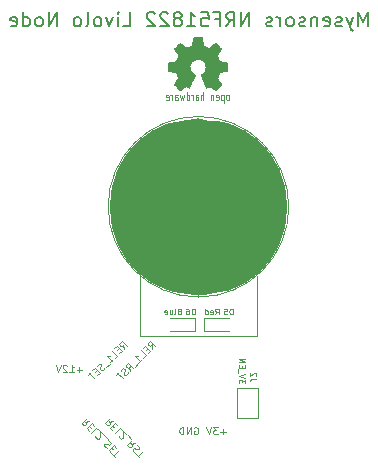
<source format=gbo>
%TF.GenerationSoftware,KiCad,Pcbnew,no-vcs-found-6573a43~60~ubuntu16.04.1*%
%TF.CreationDate,2017-10-02T18:35:18+03:00*%
%TF.ProjectId,livolo_1_channel_1way_eu_switch,6C69766F6C6F5F315F6368616E6E656C,rev?*%
%TF.SameCoordinates,Original*%
%TF.FileFunction,Legend,Bot*%
%TF.FilePolarity,Positive*%
%FSLAX46Y46*%
G04 Gerber Fmt 4.6, Leading zero omitted, Abs format (unit mm)*
G04 Created by KiCad (PCBNEW no-vcs-found-6573a43~60~ubuntu16.04.1) date Mon Oct  2 18:35:18 2017*
%MOMM*%
%LPD*%
G01*
G04 APERTURE LIST*
%ADD10C,0.120000*%
%ADD11C,0.200000*%
%ADD12C,0.002540*%
%ADD13C,0.075000*%
%ADD14C,0.100000*%
%ADD15C,7.500000*%
%ADD16C,1.500000*%
%ADD17R,0.600000X0.800000*%
%ADD18O,1.350000X1.350000*%
%ADD19R,1.350000X1.350000*%
%ADD20R,1.270000X0.970000*%
G04 APERTURE END LIST*
D10*
X144771428Y-111142857D02*
X144314285Y-111142857D01*
X144542857Y-111371428D02*
X144542857Y-110914285D01*
X144085714Y-110771428D02*
X143714285Y-110771428D01*
X143914285Y-111000000D01*
X143828571Y-111000000D01*
X143771428Y-111028571D01*
X143742857Y-111057142D01*
X143714285Y-111114285D01*
X143714285Y-111257142D01*
X143742857Y-111314285D01*
X143771428Y-111342857D01*
X143828571Y-111371428D01*
X144000000Y-111371428D01*
X144057142Y-111342857D01*
X144085714Y-111314285D01*
X143542857Y-110771428D02*
X143342857Y-111371428D01*
X143142857Y-110771428D01*
X136143502Y-104140355D02*
X136082893Y-103796903D01*
X136385939Y-103897918D02*
X135961675Y-103473654D01*
X135800051Y-103635278D01*
X135779847Y-103695887D01*
X135779847Y-103736294D01*
X135800051Y-103796903D01*
X135860660Y-103857512D01*
X135921269Y-103877715D01*
X135961675Y-103877715D01*
X136022284Y-103857512D01*
X136183908Y-103695887D01*
X135739441Y-104099948D02*
X135598020Y-104241370D01*
X135759644Y-104524213D02*
X135961675Y-104322182D01*
X135537411Y-103897918D01*
X135335380Y-104099948D01*
X135375786Y-104908071D02*
X135577817Y-104706040D01*
X135153553Y-104281776D01*
X135012132Y-105271725D02*
X135254568Y-105029289D01*
X135133350Y-105150507D02*
X134709086Y-104726243D01*
X134810101Y-104746446D01*
X134890913Y-104746446D01*
X134951522Y-104726243D01*
X134971725Y-105392944D02*
X134648477Y-105716193D01*
X134507055Y-105736396D02*
X134466649Y-105817208D01*
X134365634Y-105918223D01*
X134305025Y-105938426D01*
X134264619Y-105938426D01*
X134204009Y-105918223D01*
X134163603Y-105877817D01*
X134143400Y-105817208D01*
X134143400Y-105776802D01*
X134163603Y-105716193D01*
X134224213Y-105615177D01*
X134244416Y-105554568D01*
X134244416Y-105514162D01*
X134224213Y-105453553D01*
X134183806Y-105413147D01*
X134123197Y-105392944D01*
X134082791Y-105392944D01*
X134022182Y-105413147D01*
X133921167Y-105514162D01*
X133880761Y-105594974D01*
X133880761Y-105958629D02*
X133739339Y-106100051D01*
X133900964Y-106382893D02*
X134102994Y-106180863D01*
X133678730Y-105756599D01*
X133476700Y-105958629D01*
X133355481Y-106079847D02*
X133113045Y-106322284D01*
X133658527Y-106625330D02*
X133234263Y-106201066D01*
X138563705Y-104120152D02*
X138503096Y-103776700D01*
X138806142Y-103877715D02*
X138381878Y-103453451D01*
X138220254Y-103615075D01*
X138200051Y-103675684D01*
X138200051Y-103716091D01*
X138220254Y-103776700D01*
X138280863Y-103837309D01*
X138341472Y-103857512D01*
X138381878Y-103857512D01*
X138442487Y-103837309D01*
X138604112Y-103675684D01*
X138159644Y-104079745D02*
X138018223Y-104221167D01*
X138179847Y-104504009D02*
X138381878Y-104301979D01*
X137957614Y-103877715D01*
X137755583Y-104079745D01*
X137795990Y-104887867D02*
X137998020Y-104685837D01*
X137573756Y-104261573D01*
X137432335Y-105251522D02*
X137674771Y-105009086D01*
X137553553Y-105130304D02*
X137129289Y-104706040D01*
X137230304Y-104726243D01*
X137311116Y-104726243D01*
X137371725Y-104706040D01*
X137391928Y-105372741D02*
X137068680Y-105695990D01*
X136684822Y-105999035D02*
X136624213Y-105655583D01*
X136927258Y-105756599D02*
X136502994Y-105332335D01*
X136341370Y-105493959D01*
X136321167Y-105554568D01*
X136321167Y-105594974D01*
X136341370Y-105655583D01*
X136401979Y-105716193D01*
X136462588Y-105736396D01*
X136502994Y-105736396D01*
X136563603Y-105716193D01*
X136725228Y-105554568D01*
X136502994Y-106140457D02*
X136462588Y-106221269D01*
X136361573Y-106322284D01*
X136300964Y-106342487D01*
X136260558Y-106342487D01*
X136199948Y-106322284D01*
X136159542Y-106281878D01*
X136139339Y-106221269D01*
X136139339Y-106180863D01*
X136159542Y-106120254D01*
X136220152Y-106019238D01*
X136240355Y-105958629D01*
X136240355Y-105918223D01*
X136220152Y-105857614D01*
X136179745Y-105817208D01*
X136119136Y-105797005D01*
X136078730Y-105797005D01*
X136018121Y-105817208D01*
X135917106Y-105918223D01*
X135876700Y-105999035D01*
X135735278Y-106100051D02*
X135492842Y-106342487D01*
X136038324Y-106645533D02*
X135614060Y-106221269D01*
X135220152Y-110236294D02*
X134876700Y-110296903D01*
X134977715Y-109993857D02*
X134553451Y-110418121D01*
X134715075Y-110579745D01*
X134775684Y-110599948D01*
X134816091Y-110599948D01*
X134876700Y-110579745D01*
X134937309Y-110519136D01*
X134957512Y-110458527D01*
X134957512Y-110418121D01*
X134937309Y-110357512D01*
X134775684Y-110195887D01*
X135179745Y-110640355D02*
X135321167Y-110781776D01*
X135604009Y-110620152D02*
X135401979Y-110418121D01*
X134977715Y-110842385D01*
X135179745Y-111044416D01*
X135987867Y-111004009D02*
X135785837Y-110801979D01*
X135361573Y-111226243D01*
X135725228Y-111509086D02*
X135725228Y-111549492D01*
X135745431Y-111610101D01*
X135846446Y-111711116D01*
X135907055Y-111731319D01*
X135947461Y-111731319D01*
X136008071Y-111711116D01*
X136048477Y-111670710D01*
X136088883Y-111589898D01*
X136088883Y-111105025D01*
X136351522Y-111367664D01*
X136472741Y-111408071D02*
X136795990Y-111731319D01*
X137099035Y-112115177D02*
X136755583Y-112175786D01*
X136856599Y-111872741D02*
X136432335Y-112297005D01*
X136593959Y-112458629D01*
X136654568Y-112478832D01*
X136694974Y-112478832D01*
X136755583Y-112458629D01*
X136816193Y-112398020D01*
X136836396Y-112337411D01*
X136836396Y-112297005D01*
X136816193Y-112236396D01*
X136654568Y-112074771D01*
X137240457Y-112297005D02*
X137321269Y-112337411D01*
X137422284Y-112438426D01*
X137442487Y-112499035D01*
X137442487Y-112539441D01*
X137422284Y-112600051D01*
X137381878Y-112640457D01*
X137321269Y-112660660D01*
X137280863Y-112660660D01*
X137220254Y-112640457D01*
X137119238Y-112579847D01*
X137058629Y-112559644D01*
X137018223Y-112559644D01*
X136957614Y-112579847D01*
X136917208Y-112620254D01*
X136897005Y-112680863D01*
X136897005Y-112721269D01*
X136917208Y-112781878D01*
X137018223Y-112882893D01*
X137099035Y-112923299D01*
X137200051Y-113064721D02*
X137442487Y-113307157D01*
X137745533Y-112761675D02*
X137321269Y-113185939D01*
X133240355Y-110256497D02*
X132896903Y-110317106D01*
X132997918Y-110014060D02*
X132573654Y-110438324D01*
X132735278Y-110599948D01*
X132795887Y-110620152D01*
X132836294Y-110620152D01*
X132896903Y-110599948D01*
X132957512Y-110539339D01*
X132977715Y-110478730D01*
X132977715Y-110438324D01*
X132957512Y-110377715D01*
X132795887Y-110216091D01*
X133199948Y-110660558D02*
X133341370Y-110801979D01*
X133624213Y-110640355D02*
X133422182Y-110438324D01*
X132997918Y-110862588D01*
X133199948Y-111064619D01*
X134008071Y-111024213D02*
X133806040Y-110822182D01*
X133381776Y-111246446D01*
X133745431Y-111529289D02*
X133745431Y-111569695D01*
X133765634Y-111630304D01*
X133866649Y-111731319D01*
X133927258Y-111751522D01*
X133967664Y-111751522D01*
X134028274Y-111731319D01*
X134068680Y-111690913D01*
X134109086Y-111610101D01*
X134109086Y-111125228D01*
X134371725Y-111387867D01*
X134492944Y-111428274D02*
X134816193Y-111751522D01*
X134836396Y-111892944D02*
X134917208Y-111933350D01*
X135018223Y-112034365D01*
X135038426Y-112094974D01*
X135038426Y-112135380D01*
X135018223Y-112195990D01*
X134977817Y-112236396D01*
X134917208Y-112256599D01*
X134876802Y-112256599D01*
X134816193Y-112236396D01*
X134715177Y-112175786D01*
X134654568Y-112155583D01*
X134614162Y-112155583D01*
X134553553Y-112175786D01*
X134513147Y-112216193D01*
X134492944Y-112276802D01*
X134492944Y-112317208D01*
X134513147Y-112377817D01*
X134614162Y-112478832D01*
X134694974Y-112519238D01*
X135058629Y-112519238D02*
X135200051Y-112660660D01*
X135482893Y-112499035D02*
X135280863Y-112297005D01*
X134856599Y-112721269D01*
X135058629Y-112923299D01*
X135179847Y-113044518D02*
X135422284Y-113286954D01*
X135725330Y-112741472D02*
X135301066Y-113165736D01*
X142107142Y-110800000D02*
X142164285Y-110771428D01*
X142250000Y-110771428D01*
X142335714Y-110800000D01*
X142392857Y-110857142D01*
X142421428Y-110914285D01*
X142450000Y-111028571D01*
X142450000Y-111114285D01*
X142421428Y-111228571D01*
X142392857Y-111285714D01*
X142335714Y-111342857D01*
X142250000Y-111371428D01*
X142192857Y-111371428D01*
X142107142Y-111342857D01*
X142078571Y-111314285D01*
X142078571Y-111114285D01*
X142192857Y-111114285D01*
X141821428Y-111371428D02*
X141821428Y-110771428D01*
X141478571Y-111371428D01*
X141478571Y-110771428D01*
X141192857Y-111371428D02*
X141192857Y-110771428D01*
X141050000Y-110771428D01*
X140964285Y-110800000D01*
X140907142Y-110857142D01*
X140878571Y-110914285D01*
X140850000Y-111028571D01*
X140850000Y-111114285D01*
X140878571Y-111228571D01*
X140907142Y-111285714D01*
X140964285Y-111342857D01*
X141050000Y-111371428D01*
X141192857Y-111371428D01*
X132607142Y-105892857D02*
X132150000Y-105892857D01*
X132378571Y-106121428D02*
X132378571Y-105664285D01*
X131550000Y-106121428D02*
X131892857Y-106121428D01*
X131721428Y-106121428D02*
X131721428Y-105521428D01*
X131778571Y-105607142D01*
X131835714Y-105664285D01*
X131892857Y-105692857D01*
X131321428Y-105578571D02*
X131292857Y-105550000D01*
X131235714Y-105521428D01*
X131092857Y-105521428D01*
X131035714Y-105550000D01*
X131007142Y-105578571D01*
X130978571Y-105635714D01*
X130978571Y-105692857D01*
X131007142Y-105778571D01*
X131350000Y-106121428D01*
X130978571Y-106121428D01*
X130807142Y-105521428D02*
X130607142Y-106121428D01*
X130407142Y-105521428D01*
D11*
X156814285Y-76842857D02*
X156814285Y-75642857D01*
X156414285Y-76500000D01*
X156014285Y-75642857D01*
X156014285Y-76842857D01*
X155557142Y-76042857D02*
X155271428Y-76842857D01*
X154985714Y-76042857D02*
X155271428Y-76842857D01*
X155385714Y-77128571D01*
X155442857Y-77185714D01*
X155557142Y-77242857D01*
X154585714Y-76785714D02*
X154471428Y-76842857D01*
X154242857Y-76842857D01*
X154128571Y-76785714D01*
X154071428Y-76671428D01*
X154071428Y-76614285D01*
X154128571Y-76500000D01*
X154242857Y-76442857D01*
X154414285Y-76442857D01*
X154528571Y-76385714D01*
X154585714Y-76271428D01*
X154585714Y-76214285D01*
X154528571Y-76100000D01*
X154414285Y-76042857D01*
X154242857Y-76042857D01*
X154128571Y-76100000D01*
X153100000Y-76785714D02*
X153214285Y-76842857D01*
X153442857Y-76842857D01*
X153557142Y-76785714D01*
X153614285Y-76671428D01*
X153614285Y-76214285D01*
X153557142Y-76100000D01*
X153442857Y-76042857D01*
X153214285Y-76042857D01*
X153100000Y-76100000D01*
X153042857Y-76214285D01*
X153042857Y-76328571D01*
X153614285Y-76442857D01*
X152528571Y-76042857D02*
X152528571Y-76842857D01*
X152528571Y-76157142D02*
X152471428Y-76100000D01*
X152357142Y-76042857D01*
X152185714Y-76042857D01*
X152071428Y-76100000D01*
X152014285Y-76214285D01*
X152014285Y-76842857D01*
X151500000Y-76785714D02*
X151385714Y-76842857D01*
X151157142Y-76842857D01*
X151042857Y-76785714D01*
X150985714Y-76671428D01*
X150985714Y-76614285D01*
X151042857Y-76500000D01*
X151157142Y-76442857D01*
X151328571Y-76442857D01*
X151442857Y-76385714D01*
X151500000Y-76271428D01*
X151500000Y-76214285D01*
X151442857Y-76100000D01*
X151328571Y-76042857D01*
X151157142Y-76042857D01*
X151042857Y-76100000D01*
X150300000Y-76842857D02*
X150414285Y-76785714D01*
X150471428Y-76728571D01*
X150528571Y-76614285D01*
X150528571Y-76271428D01*
X150471428Y-76157142D01*
X150414285Y-76100000D01*
X150300000Y-76042857D01*
X150128571Y-76042857D01*
X150014285Y-76100000D01*
X149957142Y-76157142D01*
X149900000Y-76271428D01*
X149900000Y-76614285D01*
X149957142Y-76728571D01*
X150014285Y-76785714D01*
X150128571Y-76842857D01*
X150300000Y-76842857D01*
X149385714Y-76842857D02*
X149385714Y-76042857D01*
X149385714Y-76271428D02*
X149328571Y-76157142D01*
X149271428Y-76100000D01*
X149157142Y-76042857D01*
X149042857Y-76042857D01*
X148700000Y-76785714D02*
X148585714Y-76842857D01*
X148357142Y-76842857D01*
X148242857Y-76785714D01*
X148185714Y-76671428D01*
X148185714Y-76614285D01*
X148242857Y-76500000D01*
X148357142Y-76442857D01*
X148528571Y-76442857D01*
X148642857Y-76385714D01*
X148700000Y-76271428D01*
X148700000Y-76214285D01*
X148642857Y-76100000D01*
X148528571Y-76042857D01*
X148357142Y-76042857D01*
X148242857Y-76100000D01*
X146757142Y-76842857D02*
X146757142Y-75642857D01*
X146071428Y-76842857D01*
X146071428Y-75642857D01*
X144814285Y-76842857D02*
X145214285Y-76271428D01*
X145500000Y-76842857D02*
X145500000Y-75642857D01*
X145042857Y-75642857D01*
X144928571Y-75700000D01*
X144871428Y-75757142D01*
X144814285Y-75871428D01*
X144814285Y-76042857D01*
X144871428Y-76157142D01*
X144928571Y-76214285D01*
X145042857Y-76271428D01*
X145500000Y-76271428D01*
X143900000Y-76214285D02*
X144300000Y-76214285D01*
X144300000Y-76842857D02*
X144300000Y-75642857D01*
X143728571Y-75642857D01*
X142700000Y-75642857D02*
X143271428Y-75642857D01*
X143328571Y-76214285D01*
X143271428Y-76157142D01*
X143157142Y-76100000D01*
X142871428Y-76100000D01*
X142757142Y-76157142D01*
X142700000Y-76214285D01*
X142642857Y-76328571D01*
X142642857Y-76614285D01*
X142700000Y-76728571D01*
X142757142Y-76785714D01*
X142871428Y-76842857D01*
X143157142Y-76842857D01*
X143271428Y-76785714D01*
X143328571Y-76728571D01*
X141500000Y-76842857D02*
X142185714Y-76842857D01*
X141842857Y-76842857D02*
X141842857Y-75642857D01*
X141957142Y-75814285D01*
X142071428Y-75928571D01*
X142185714Y-75985714D01*
X140814285Y-76157142D02*
X140928571Y-76100000D01*
X140985714Y-76042857D01*
X141042857Y-75928571D01*
X141042857Y-75871428D01*
X140985714Y-75757142D01*
X140928571Y-75700000D01*
X140814285Y-75642857D01*
X140585714Y-75642857D01*
X140471428Y-75700000D01*
X140414285Y-75757142D01*
X140357142Y-75871428D01*
X140357142Y-75928571D01*
X140414285Y-76042857D01*
X140471428Y-76100000D01*
X140585714Y-76157142D01*
X140814285Y-76157142D01*
X140928571Y-76214285D01*
X140985714Y-76271428D01*
X141042857Y-76385714D01*
X141042857Y-76614285D01*
X140985714Y-76728571D01*
X140928571Y-76785714D01*
X140814285Y-76842857D01*
X140585714Y-76842857D01*
X140471428Y-76785714D01*
X140414285Y-76728571D01*
X140357142Y-76614285D01*
X140357142Y-76385714D01*
X140414285Y-76271428D01*
X140471428Y-76214285D01*
X140585714Y-76157142D01*
X139900000Y-75757142D02*
X139842857Y-75700000D01*
X139728571Y-75642857D01*
X139442857Y-75642857D01*
X139328571Y-75700000D01*
X139271428Y-75757142D01*
X139214285Y-75871428D01*
X139214285Y-75985714D01*
X139271428Y-76157142D01*
X139957142Y-76842857D01*
X139214285Y-76842857D01*
X138757142Y-75757142D02*
X138700000Y-75700000D01*
X138585714Y-75642857D01*
X138300000Y-75642857D01*
X138185714Y-75700000D01*
X138128571Y-75757142D01*
X138071428Y-75871428D01*
X138071428Y-75985714D01*
X138128571Y-76157142D01*
X138814285Y-76842857D01*
X138071428Y-76842857D01*
X136071428Y-76842857D02*
X136642857Y-76842857D01*
X136642857Y-75642857D01*
X135671428Y-76842857D02*
X135671428Y-76042857D01*
X135671428Y-75642857D02*
X135728571Y-75700000D01*
X135671428Y-75757142D01*
X135614285Y-75700000D01*
X135671428Y-75642857D01*
X135671428Y-75757142D01*
X135214285Y-76042857D02*
X134928571Y-76842857D01*
X134642857Y-76042857D01*
X134014285Y-76842857D02*
X134128571Y-76785714D01*
X134185714Y-76728571D01*
X134242857Y-76614285D01*
X134242857Y-76271428D01*
X134185714Y-76157142D01*
X134128571Y-76100000D01*
X134014285Y-76042857D01*
X133842857Y-76042857D01*
X133728571Y-76100000D01*
X133671428Y-76157142D01*
X133614285Y-76271428D01*
X133614285Y-76614285D01*
X133671428Y-76728571D01*
X133728571Y-76785714D01*
X133842857Y-76842857D01*
X134014285Y-76842857D01*
X132928571Y-76842857D02*
X133042857Y-76785714D01*
X133100000Y-76671428D01*
X133100000Y-75642857D01*
X132300000Y-76842857D02*
X132414285Y-76785714D01*
X132471428Y-76728571D01*
X132528571Y-76614285D01*
X132528571Y-76271428D01*
X132471428Y-76157142D01*
X132414285Y-76100000D01*
X132300000Y-76042857D01*
X132128571Y-76042857D01*
X132014285Y-76100000D01*
X131957142Y-76157142D01*
X131900000Y-76271428D01*
X131900000Y-76614285D01*
X131957142Y-76728571D01*
X132014285Y-76785714D01*
X132128571Y-76842857D01*
X132300000Y-76842857D01*
X130471428Y-76842857D02*
X130471428Y-75642857D01*
X129785714Y-76842857D01*
X129785714Y-75642857D01*
X129042857Y-76842857D02*
X129157142Y-76785714D01*
X129214285Y-76728571D01*
X129271428Y-76614285D01*
X129271428Y-76271428D01*
X129214285Y-76157142D01*
X129157142Y-76100000D01*
X129042857Y-76042857D01*
X128871428Y-76042857D01*
X128757142Y-76100000D01*
X128700000Y-76157142D01*
X128642857Y-76271428D01*
X128642857Y-76614285D01*
X128700000Y-76728571D01*
X128757142Y-76785714D01*
X128871428Y-76842857D01*
X129042857Y-76842857D01*
X127614285Y-76842857D02*
X127614285Y-75642857D01*
X127614285Y-76785714D02*
X127728571Y-76842857D01*
X127957142Y-76842857D01*
X128071428Y-76785714D01*
X128128571Y-76728571D01*
X128185714Y-76614285D01*
X128185714Y-76271428D01*
X128128571Y-76157142D01*
X128071428Y-76100000D01*
X127957142Y-76042857D01*
X127728571Y-76042857D01*
X127614285Y-76100000D01*
X126585714Y-76785714D02*
X126700000Y-76842857D01*
X126928571Y-76842857D01*
X127042857Y-76785714D01*
X127100000Y-76671428D01*
X127100000Y-76214285D01*
X127042857Y-76100000D01*
X126928571Y-76042857D01*
X126700000Y-76042857D01*
X126585714Y-76100000D01*
X126528571Y-76214285D01*
X126528571Y-76328571D01*
X127100000Y-76442857D01*
D12*
G36*
X143913840Y-82245360D02*
X143888440Y-82230120D01*
X143830020Y-82194560D01*
X143746200Y-82138680D01*
X143647140Y-82072640D01*
X143548080Y-82006600D01*
X143466800Y-81953260D01*
X143410920Y-81915160D01*
X143385520Y-81902460D01*
X143372820Y-81907540D01*
X143327100Y-81930400D01*
X143258520Y-81965960D01*
X143217880Y-81986280D01*
X143156920Y-82011680D01*
X143123900Y-82019300D01*
X143118820Y-82009140D01*
X143095960Y-81960880D01*
X143060400Y-81879600D01*
X143014680Y-81770380D01*
X142958800Y-81643380D01*
X142902920Y-81508760D01*
X142844500Y-81369060D01*
X142788620Y-81234440D01*
X142740360Y-81115060D01*
X142699720Y-81018540D01*
X142674320Y-80949960D01*
X142664160Y-80922020D01*
X142666700Y-80914400D01*
X142699720Y-80883920D01*
X142753060Y-80843280D01*
X142872440Y-80746760D01*
X142989280Y-80601980D01*
X143060400Y-80436880D01*
X143083260Y-80251460D01*
X143062940Y-80081280D01*
X142996900Y-79918720D01*
X142882600Y-79771400D01*
X142742900Y-79662180D01*
X142580340Y-79593600D01*
X142400000Y-79570740D01*
X142227280Y-79591060D01*
X142059640Y-79657100D01*
X141912320Y-79768860D01*
X141848820Y-79839980D01*
X141762460Y-79989840D01*
X141714200Y-80147320D01*
X141709120Y-80187960D01*
X141716740Y-80363220D01*
X141767540Y-80533400D01*
X141861520Y-80683260D01*
X141991060Y-80807720D01*
X142006300Y-80817880D01*
X142064720Y-80863600D01*
X142105360Y-80894080D01*
X142135840Y-80919480D01*
X141912320Y-81457960D01*
X141876760Y-81541780D01*
X141815800Y-81689100D01*
X141762460Y-81816100D01*
X141719280Y-81917700D01*
X141688800Y-81983740D01*
X141676100Y-82011680D01*
X141676100Y-82014220D01*
X141655780Y-82016760D01*
X141615140Y-82001520D01*
X141538940Y-81965960D01*
X141490680Y-81940560D01*
X141432260Y-81912620D01*
X141406860Y-81902460D01*
X141384000Y-81915160D01*
X141330660Y-81950720D01*
X141249380Y-82004060D01*
X141152860Y-82067560D01*
X141061420Y-82131060D01*
X140977600Y-82186940D01*
X140916640Y-82225040D01*
X140886160Y-82242820D01*
X140881080Y-82242820D01*
X140855680Y-82227580D01*
X140807420Y-82186940D01*
X140733760Y-82118360D01*
X140629620Y-82014220D01*
X140614380Y-81998980D01*
X140528020Y-81912620D01*
X140459440Y-81838960D01*
X140413720Y-81788160D01*
X140395940Y-81765300D01*
X140395940Y-81765300D01*
X140411180Y-81734820D01*
X140449280Y-81673860D01*
X140505160Y-81587500D01*
X140573740Y-81488440D01*
X140751540Y-81229360D01*
X140655020Y-80985520D01*
X140624540Y-80909320D01*
X140586440Y-80820420D01*
X140558500Y-80754380D01*
X140543260Y-80726440D01*
X140517860Y-80716280D01*
X140449280Y-80701040D01*
X140352760Y-80680720D01*
X140238460Y-80660400D01*
X140126700Y-80640080D01*
X140027640Y-80619760D01*
X139956520Y-80607060D01*
X139923500Y-80599440D01*
X139915880Y-80594360D01*
X139908260Y-80579120D01*
X139905720Y-80546100D01*
X139903180Y-80485140D01*
X139900640Y-80391160D01*
X139900640Y-80251460D01*
X139900640Y-80236220D01*
X139903180Y-80106680D01*
X139905720Y-80000000D01*
X139908260Y-79933960D01*
X139913340Y-79906020D01*
X139913340Y-79906020D01*
X139943820Y-79898400D01*
X140014940Y-79883160D01*
X140114000Y-79865380D01*
X140233380Y-79842520D01*
X140241000Y-79839980D01*
X140357840Y-79817120D01*
X140456900Y-79796800D01*
X140528020Y-79781560D01*
X140555960Y-79771400D01*
X140563580Y-79763780D01*
X140586440Y-79718060D01*
X140619460Y-79644400D01*
X140660100Y-79555500D01*
X140698200Y-79461520D01*
X140731220Y-79377700D01*
X140754080Y-79316740D01*
X140761700Y-79288800D01*
X140759160Y-79286260D01*
X140741380Y-79258320D01*
X140700740Y-79197360D01*
X140644860Y-79113540D01*
X140576280Y-79011940D01*
X140571200Y-79004320D01*
X140502620Y-78905260D01*
X140446740Y-78818900D01*
X140411180Y-78760480D01*
X140395940Y-78732540D01*
X140395940Y-78730000D01*
X140418800Y-78699520D01*
X140469600Y-78643640D01*
X140543260Y-78567440D01*
X140629620Y-78478540D01*
X140657560Y-78453140D01*
X140756620Y-78356620D01*
X140822660Y-78295660D01*
X140865840Y-78262640D01*
X140886160Y-78255020D01*
X140886160Y-78255020D01*
X140916640Y-78272800D01*
X140980140Y-78313440D01*
X141063960Y-78371860D01*
X141165560Y-78440440D01*
X141173180Y-78445520D01*
X141272240Y-78514100D01*
X141356060Y-78569980D01*
X141414480Y-78610620D01*
X141442420Y-78625860D01*
X141444960Y-78625860D01*
X141485600Y-78613160D01*
X141556720Y-78587760D01*
X141645620Y-78554740D01*
X141737060Y-78516640D01*
X141820880Y-78481080D01*
X141884380Y-78453140D01*
X141914860Y-78435360D01*
X141914860Y-78435360D01*
X141925020Y-78399800D01*
X141942800Y-78323600D01*
X141963120Y-78222000D01*
X141988520Y-78100080D01*
X141991060Y-78079760D01*
X142013920Y-77960380D01*
X142031700Y-77861320D01*
X142046940Y-77792740D01*
X142054560Y-77764800D01*
X142069800Y-77762260D01*
X142128220Y-77757180D01*
X142217120Y-77754640D01*
X142326340Y-77754640D01*
X142438100Y-77754640D01*
X142547320Y-77757180D01*
X142641300Y-77759720D01*
X142709880Y-77764800D01*
X142737820Y-77769880D01*
X142737820Y-77772420D01*
X142747980Y-77810520D01*
X142765760Y-77884180D01*
X142786080Y-77988320D01*
X142808940Y-78110240D01*
X142814020Y-78133100D01*
X142836880Y-78249940D01*
X142857200Y-78349000D01*
X142869900Y-78415040D01*
X142877520Y-78442980D01*
X142890220Y-78448060D01*
X142938480Y-78468380D01*
X143017220Y-78501400D01*
X143116280Y-78542040D01*
X143344880Y-78633480D01*
X143626820Y-78442980D01*
X143652220Y-78425200D01*
X143753820Y-78356620D01*
X143835100Y-78300740D01*
X143893520Y-78262640D01*
X143916380Y-78249940D01*
X143918920Y-78249940D01*
X143946860Y-78275340D01*
X144002740Y-78328680D01*
X144078940Y-78402340D01*
X144167840Y-78488700D01*
X144231340Y-78554740D01*
X144310080Y-78633480D01*
X144358340Y-78686820D01*
X144386280Y-78719840D01*
X144393900Y-78740160D01*
X144391360Y-78755400D01*
X144373580Y-78783340D01*
X144332940Y-78844300D01*
X144274520Y-78930660D01*
X144205940Y-79029720D01*
X144150060Y-79113540D01*
X144089100Y-79207520D01*
X144051000Y-79273560D01*
X144035760Y-79306580D01*
X144040840Y-79319280D01*
X144058620Y-79375160D01*
X144094180Y-79458980D01*
X144134820Y-79558040D01*
X144233880Y-79779020D01*
X144378660Y-79806960D01*
X144467560Y-79824740D01*
X144589480Y-79847600D01*
X144708860Y-79870460D01*
X144891740Y-79906020D01*
X144899360Y-80581660D01*
X144871420Y-80594360D01*
X144843480Y-80601980D01*
X144774900Y-80617220D01*
X144678380Y-80637540D01*
X144561540Y-80657860D01*
X144465020Y-80675640D01*
X144365960Y-80695960D01*
X144294840Y-80708660D01*
X144264360Y-80716280D01*
X144254200Y-80726440D01*
X144231340Y-80774700D01*
X144195780Y-80850900D01*
X144155140Y-80942340D01*
X144117040Y-81036320D01*
X144081480Y-81125220D01*
X144058620Y-81191260D01*
X144048460Y-81224280D01*
X144061160Y-81252220D01*
X144099260Y-81310640D01*
X144152600Y-81391920D01*
X144221180Y-81490980D01*
X144287220Y-81587500D01*
X144345640Y-81671320D01*
X144383740Y-81732280D01*
X144401520Y-81760220D01*
X144391360Y-81778000D01*
X144353260Y-81826260D01*
X144279600Y-81902460D01*
X144167840Y-82011680D01*
X144150060Y-82029460D01*
X144063700Y-82113280D01*
X143990040Y-82181860D01*
X143936700Y-82227580D01*
X143913840Y-82245360D01*
X143913840Y-82245360D01*
G37*
X143913840Y-82245360D02*
X143888440Y-82230120D01*
X143830020Y-82194560D01*
X143746200Y-82138680D01*
X143647140Y-82072640D01*
X143548080Y-82006600D01*
X143466800Y-81953260D01*
X143410920Y-81915160D01*
X143385520Y-81902460D01*
X143372820Y-81907540D01*
X143327100Y-81930400D01*
X143258520Y-81965960D01*
X143217880Y-81986280D01*
X143156920Y-82011680D01*
X143123900Y-82019300D01*
X143118820Y-82009140D01*
X143095960Y-81960880D01*
X143060400Y-81879600D01*
X143014680Y-81770380D01*
X142958800Y-81643380D01*
X142902920Y-81508760D01*
X142844500Y-81369060D01*
X142788620Y-81234440D01*
X142740360Y-81115060D01*
X142699720Y-81018540D01*
X142674320Y-80949960D01*
X142664160Y-80922020D01*
X142666700Y-80914400D01*
X142699720Y-80883920D01*
X142753060Y-80843280D01*
X142872440Y-80746760D01*
X142989280Y-80601980D01*
X143060400Y-80436880D01*
X143083260Y-80251460D01*
X143062940Y-80081280D01*
X142996900Y-79918720D01*
X142882600Y-79771400D01*
X142742900Y-79662180D01*
X142580340Y-79593600D01*
X142400000Y-79570740D01*
X142227280Y-79591060D01*
X142059640Y-79657100D01*
X141912320Y-79768860D01*
X141848820Y-79839980D01*
X141762460Y-79989840D01*
X141714200Y-80147320D01*
X141709120Y-80187960D01*
X141716740Y-80363220D01*
X141767540Y-80533400D01*
X141861520Y-80683260D01*
X141991060Y-80807720D01*
X142006300Y-80817880D01*
X142064720Y-80863600D01*
X142105360Y-80894080D01*
X142135840Y-80919480D01*
X141912320Y-81457960D01*
X141876760Y-81541780D01*
X141815800Y-81689100D01*
X141762460Y-81816100D01*
X141719280Y-81917700D01*
X141688800Y-81983740D01*
X141676100Y-82011680D01*
X141676100Y-82014220D01*
X141655780Y-82016760D01*
X141615140Y-82001520D01*
X141538940Y-81965960D01*
X141490680Y-81940560D01*
X141432260Y-81912620D01*
X141406860Y-81902460D01*
X141384000Y-81915160D01*
X141330660Y-81950720D01*
X141249380Y-82004060D01*
X141152860Y-82067560D01*
X141061420Y-82131060D01*
X140977600Y-82186940D01*
X140916640Y-82225040D01*
X140886160Y-82242820D01*
X140881080Y-82242820D01*
X140855680Y-82227580D01*
X140807420Y-82186940D01*
X140733760Y-82118360D01*
X140629620Y-82014220D01*
X140614380Y-81998980D01*
X140528020Y-81912620D01*
X140459440Y-81838960D01*
X140413720Y-81788160D01*
X140395940Y-81765300D01*
X140395940Y-81765300D01*
X140411180Y-81734820D01*
X140449280Y-81673860D01*
X140505160Y-81587500D01*
X140573740Y-81488440D01*
X140751540Y-81229360D01*
X140655020Y-80985520D01*
X140624540Y-80909320D01*
X140586440Y-80820420D01*
X140558500Y-80754380D01*
X140543260Y-80726440D01*
X140517860Y-80716280D01*
X140449280Y-80701040D01*
X140352760Y-80680720D01*
X140238460Y-80660400D01*
X140126700Y-80640080D01*
X140027640Y-80619760D01*
X139956520Y-80607060D01*
X139923500Y-80599440D01*
X139915880Y-80594360D01*
X139908260Y-80579120D01*
X139905720Y-80546100D01*
X139903180Y-80485140D01*
X139900640Y-80391160D01*
X139900640Y-80251460D01*
X139900640Y-80236220D01*
X139903180Y-80106680D01*
X139905720Y-80000000D01*
X139908260Y-79933960D01*
X139913340Y-79906020D01*
X139913340Y-79906020D01*
X139943820Y-79898400D01*
X140014940Y-79883160D01*
X140114000Y-79865380D01*
X140233380Y-79842520D01*
X140241000Y-79839980D01*
X140357840Y-79817120D01*
X140456900Y-79796800D01*
X140528020Y-79781560D01*
X140555960Y-79771400D01*
X140563580Y-79763780D01*
X140586440Y-79718060D01*
X140619460Y-79644400D01*
X140660100Y-79555500D01*
X140698200Y-79461520D01*
X140731220Y-79377700D01*
X140754080Y-79316740D01*
X140761700Y-79288800D01*
X140759160Y-79286260D01*
X140741380Y-79258320D01*
X140700740Y-79197360D01*
X140644860Y-79113540D01*
X140576280Y-79011940D01*
X140571200Y-79004320D01*
X140502620Y-78905260D01*
X140446740Y-78818900D01*
X140411180Y-78760480D01*
X140395940Y-78732540D01*
X140395940Y-78730000D01*
X140418800Y-78699520D01*
X140469600Y-78643640D01*
X140543260Y-78567440D01*
X140629620Y-78478540D01*
X140657560Y-78453140D01*
X140756620Y-78356620D01*
X140822660Y-78295660D01*
X140865840Y-78262640D01*
X140886160Y-78255020D01*
X140886160Y-78255020D01*
X140916640Y-78272800D01*
X140980140Y-78313440D01*
X141063960Y-78371860D01*
X141165560Y-78440440D01*
X141173180Y-78445520D01*
X141272240Y-78514100D01*
X141356060Y-78569980D01*
X141414480Y-78610620D01*
X141442420Y-78625860D01*
X141444960Y-78625860D01*
X141485600Y-78613160D01*
X141556720Y-78587760D01*
X141645620Y-78554740D01*
X141737060Y-78516640D01*
X141820880Y-78481080D01*
X141884380Y-78453140D01*
X141914860Y-78435360D01*
X141914860Y-78435360D01*
X141925020Y-78399800D01*
X141942800Y-78323600D01*
X141963120Y-78222000D01*
X141988520Y-78100080D01*
X141991060Y-78079760D01*
X142013920Y-77960380D01*
X142031700Y-77861320D01*
X142046940Y-77792740D01*
X142054560Y-77764800D01*
X142069800Y-77762260D01*
X142128220Y-77757180D01*
X142217120Y-77754640D01*
X142326340Y-77754640D01*
X142438100Y-77754640D01*
X142547320Y-77757180D01*
X142641300Y-77759720D01*
X142709880Y-77764800D01*
X142737820Y-77769880D01*
X142737820Y-77772420D01*
X142747980Y-77810520D01*
X142765760Y-77884180D01*
X142786080Y-77988320D01*
X142808940Y-78110240D01*
X142814020Y-78133100D01*
X142836880Y-78249940D01*
X142857200Y-78349000D01*
X142869900Y-78415040D01*
X142877520Y-78442980D01*
X142890220Y-78448060D01*
X142938480Y-78468380D01*
X143017220Y-78501400D01*
X143116280Y-78542040D01*
X143344880Y-78633480D01*
X143626820Y-78442980D01*
X143652220Y-78425200D01*
X143753820Y-78356620D01*
X143835100Y-78300740D01*
X143893520Y-78262640D01*
X143916380Y-78249940D01*
X143918920Y-78249940D01*
X143946860Y-78275340D01*
X144002740Y-78328680D01*
X144078940Y-78402340D01*
X144167840Y-78488700D01*
X144231340Y-78554740D01*
X144310080Y-78633480D01*
X144358340Y-78686820D01*
X144386280Y-78719840D01*
X144393900Y-78740160D01*
X144391360Y-78755400D01*
X144373580Y-78783340D01*
X144332940Y-78844300D01*
X144274520Y-78930660D01*
X144205940Y-79029720D01*
X144150060Y-79113540D01*
X144089100Y-79207520D01*
X144051000Y-79273560D01*
X144035760Y-79306580D01*
X144040840Y-79319280D01*
X144058620Y-79375160D01*
X144094180Y-79458980D01*
X144134820Y-79558040D01*
X144233880Y-79779020D01*
X144378660Y-79806960D01*
X144467560Y-79824740D01*
X144589480Y-79847600D01*
X144708860Y-79870460D01*
X144891740Y-79906020D01*
X144899360Y-80581660D01*
X144871420Y-80594360D01*
X144843480Y-80601980D01*
X144774900Y-80617220D01*
X144678380Y-80637540D01*
X144561540Y-80657860D01*
X144465020Y-80675640D01*
X144365960Y-80695960D01*
X144294840Y-80708660D01*
X144264360Y-80716280D01*
X144254200Y-80726440D01*
X144231340Y-80774700D01*
X144195780Y-80850900D01*
X144155140Y-80942340D01*
X144117040Y-81036320D01*
X144081480Y-81125220D01*
X144058620Y-81191260D01*
X144048460Y-81224280D01*
X144061160Y-81252220D01*
X144099260Y-81310640D01*
X144152600Y-81391920D01*
X144221180Y-81490980D01*
X144287220Y-81587500D01*
X144345640Y-81671320D01*
X144383740Y-81732280D01*
X144401520Y-81760220D01*
X144391360Y-81778000D01*
X144353260Y-81826260D01*
X144279600Y-81902460D01*
X144167840Y-82011680D01*
X144150060Y-82029460D01*
X144063700Y-82113280D01*
X143990040Y-82181860D01*
X143936700Y-82227580D01*
X143913840Y-82245360D01*
D13*
X145040000Y-83040000D02*
X144990000Y-83080000D01*
X145060000Y-83010000D02*
X145040000Y-83040000D01*
X145080000Y-82950000D02*
X145060000Y-83010000D01*
X145080000Y-82750000D02*
X145080000Y-82950000D01*
X144860000Y-82660000D02*
X144910000Y-82620000D01*
X144840000Y-82690000D02*
X144860000Y-82660000D01*
X144820000Y-82750000D02*
X144840000Y-82690000D01*
X144820000Y-82950000D02*
X144820000Y-82750000D01*
X144840000Y-83020000D02*
X144820000Y-82950000D01*
X144860000Y-83050000D02*
X144840000Y-83020000D01*
X144910000Y-83080000D02*
X144860000Y-83050000D01*
X144990000Y-83080000D02*
X144910000Y-83080000D01*
X145050000Y-82680000D02*
X145080000Y-82750000D01*
X145030000Y-82650000D02*
X145050000Y-82680000D01*
X144990000Y-82620000D02*
X145030000Y-82650000D01*
X144910000Y-82620000D02*
X144990000Y-82620000D01*
X144600000Y-83320000D02*
X144600000Y-82620000D01*
X144550000Y-83080000D02*
X144600000Y-83050000D01*
X144450000Y-83080000D02*
X144550000Y-83080000D01*
X144410000Y-83050000D02*
X144450000Y-83080000D01*
X144390000Y-83020000D02*
X144410000Y-83050000D01*
X144370000Y-82960000D02*
X144390000Y-83020000D01*
X144370000Y-82740000D02*
X144370000Y-82960000D01*
X144390000Y-82680000D02*
X144370000Y-82740000D01*
X144420000Y-82650000D02*
X144390000Y-82680000D01*
X144460000Y-82620000D02*
X144420000Y-82650000D01*
X144560000Y-82620000D02*
X144460000Y-82620000D01*
X144600000Y-82650000D02*
X144560000Y-82620000D01*
X144010000Y-83080000D02*
X143960000Y-83050000D01*
X144110000Y-83080000D02*
X144010000Y-83080000D01*
X144150000Y-83050000D02*
X144110000Y-83080000D01*
X144170000Y-82980000D02*
X144150000Y-83050000D01*
X144170000Y-82710000D02*
X144170000Y-82980000D01*
X144140000Y-82650000D02*
X144170000Y-82710000D01*
X144100000Y-82620000D02*
X144140000Y-82650000D01*
X144000000Y-82620000D02*
X144100000Y-82620000D01*
X143960000Y-82660000D02*
X144000000Y-82620000D01*
X143940000Y-82730000D02*
X143960000Y-82660000D01*
X143940000Y-82850000D02*
X143940000Y-82730000D01*
X143720000Y-82620000D02*
X143720000Y-83080000D01*
X143510000Y-82710000D02*
X143510000Y-83080000D01*
X143530000Y-82650000D02*
X143510000Y-82710000D01*
X143570000Y-82620000D02*
X143530000Y-82650000D01*
X143660000Y-82620000D02*
X143570000Y-82620000D01*
X143700000Y-82650000D02*
X143660000Y-82620000D01*
X143720000Y-82680000D02*
X143700000Y-82650000D01*
X143940000Y-82850000D02*
X144170000Y-82850000D01*
X142890000Y-82380000D02*
X142890000Y-83080000D01*
X142680000Y-82710000D02*
X142680000Y-83080000D01*
X142700000Y-82650000D02*
X142680000Y-82710000D01*
X142740000Y-82620000D02*
X142700000Y-82650000D01*
X142820000Y-82620000D02*
X142740000Y-82620000D01*
X142870000Y-82650000D02*
X142820000Y-82620000D01*
X142890000Y-82690000D02*
X142870000Y-82650000D01*
X142220000Y-82710000D02*
X142220000Y-83080000D01*
X142250000Y-82650000D02*
X142220000Y-82710000D01*
X142290000Y-82620000D02*
X142250000Y-82650000D01*
X142390000Y-82620000D02*
X142290000Y-82620000D01*
X142440000Y-82650000D02*
X142390000Y-82620000D01*
X142380000Y-82810000D02*
X142430000Y-82840000D01*
X142260000Y-82810000D02*
X142380000Y-82810000D01*
X142220000Y-82780000D02*
X142260000Y-82810000D01*
X142270000Y-83080000D02*
X142220000Y-83040000D01*
X142390000Y-83080000D02*
X142270000Y-83080000D01*
X142440000Y-83040000D02*
X142390000Y-83080000D01*
X142460000Y-82980000D02*
X142440000Y-83040000D01*
X142460000Y-82910000D02*
X142460000Y-82980000D01*
X142430000Y-82840000D02*
X142460000Y-82910000D01*
X141980000Y-82620000D02*
X141980000Y-83080000D01*
X141890000Y-82620000D02*
X141840000Y-82620000D01*
X141940000Y-82650000D02*
X141890000Y-82620000D01*
X141960000Y-82670000D02*
X141940000Y-82650000D01*
X141980000Y-82740000D02*
X141960000Y-82670000D01*
X141460000Y-82380000D02*
X141460000Y-83080000D01*
X141520000Y-82610000D02*
X141460000Y-82650000D01*
X141590000Y-82610000D02*
X141520000Y-82610000D01*
X141650000Y-82650000D02*
X141590000Y-82610000D01*
X141670000Y-82680000D02*
X141650000Y-82650000D01*
X141700000Y-82750000D02*
X141670000Y-82680000D01*
X141700000Y-82950000D02*
X141700000Y-82750000D01*
X141670000Y-83020000D02*
X141700000Y-82950000D01*
X141650000Y-83050000D02*
X141670000Y-83020000D01*
X141610000Y-83080000D02*
X141650000Y-83050000D01*
X141500000Y-83080000D02*
X141610000Y-83080000D01*
X141460000Y-83050000D02*
X141500000Y-83080000D01*
X140980000Y-83080000D02*
X140880000Y-82620000D01*
X141080000Y-82740000D02*
X140980000Y-83080000D01*
X141170000Y-83080000D02*
X141080000Y-82740000D01*
X141270000Y-82620000D02*
X141170000Y-83080000D01*
X140690000Y-82840000D02*
X140720000Y-82910000D01*
X140720000Y-82910000D02*
X140720000Y-82980000D01*
X140720000Y-82980000D02*
X140700000Y-83040000D01*
X140700000Y-83040000D02*
X140650000Y-83080000D01*
X140650000Y-83080000D02*
X140530000Y-83080000D01*
X140530000Y-83080000D02*
X140480000Y-83040000D01*
X140480000Y-82780000D02*
X140520000Y-82810000D01*
X140520000Y-82810000D02*
X140640000Y-82810000D01*
X140640000Y-82810000D02*
X140690000Y-82840000D01*
X140700000Y-82650000D02*
X140650000Y-82620000D01*
X140650000Y-82620000D02*
X140550000Y-82620000D01*
X140550000Y-82620000D02*
X140510000Y-82650000D01*
X140510000Y-82650000D02*
X140480000Y-82710000D01*
X140480000Y-82710000D02*
X140480000Y-83080000D01*
X139730000Y-82850000D02*
X139960000Y-82850000D01*
X139730000Y-82850000D02*
X139730000Y-82730000D01*
X139730000Y-82730000D02*
X139750000Y-82660000D01*
X139750000Y-82660000D02*
X139790000Y-82620000D01*
X139790000Y-82620000D02*
X139890000Y-82620000D01*
X139890000Y-82620000D02*
X139930000Y-82650000D01*
X139930000Y-82650000D02*
X139960000Y-82710000D01*
X139960000Y-82710000D02*
X139960000Y-82980000D01*
X139960000Y-82980000D02*
X139940000Y-83050000D01*
X139940000Y-83050000D02*
X139900000Y-83080000D01*
X139900000Y-83080000D02*
X139800000Y-83080000D01*
X139800000Y-83080000D02*
X139750000Y-83050000D01*
X140240000Y-82740000D02*
X140220000Y-82670000D01*
X140220000Y-82670000D02*
X140200000Y-82650000D01*
X140200000Y-82650000D02*
X140150000Y-82620000D01*
X140150000Y-82620000D02*
X140100000Y-82620000D01*
X140240000Y-82620000D02*
X140240000Y-83080000D01*
D14*
X150117148Y-92109512D02*
G75*
G03X150117148Y-92109512I-7647872J0D01*
G01*
X137495200Y-103030002D02*
X137495200Y-97974511D01*
X147395160Y-103030002D02*
X147395160Y-97974511D01*
X137499994Y-103032020D02*
X147390000Y-103032020D01*
D10*
X142950000Y-102600000D02*
X142950000Y-101500000D01*
X142950000Y-101500000D02*
X145050000Y-101500000D01*
X142950000Y-102600000D02*
X145050000Y-102600000D01*
X142200000Y-101500000D02*
X140100000Y-101500000D01*
X142200000Y-102600000D02*
X140100000Y-102600000D01*
X142200000Y-101500000D02*
X142200000Y-102600000D01*
D15*
X146212205Y-92126168D02*
G75*
G03X146212205Y-92126168I-3740382J0D01*
G01*
D10*
X145710000Y-109970000D02*
X147490000Y-109970000D01*
X147490000Y-107430000D02*
X145710000Y-107430000D01*
X147490000Y-107430000D02*
X147490000Y-109970000D01*
X145710000Y-109970000D02*
X145710000Y-107430000D01*
D14*
X145369047Y-101226190D02*
X145369047Y-100726190D01*
X145250000Y-100726190D01*
X145178571Y-100750000D01*
X145130952Y-100797619D01*
X145107142Y-100845238D01*
X145083333Y-100940476D01*
X145083333Y-101011904D01*
X145107142Y-101107142D01*
X145130952Y-101154761D01*
X145178571Y-101202380D01*
X145250000Y-101226190D01*
X145369047Y-101226190D01*
X144630952Y-100726190D02*
X144869047Y-100726190D01*
X144892857Y-100964285D01*
X144869047Y-100940476D01*
X144821428Y-100916666D01*
X144702380Y-100916666D01*
X144654761Y-100940476D01*
X144630952Y-100964285D01*
X144607142Y-101011904D01*
X144607142Y-101130952D01*
X144630952Y-101178571D01*
X144654761Y-101202380D01*
X144702380Y-101226190D01*
X144821428Y-101226190D01*
X144869047Y-101202380D01*
X144892857Y-101178571D01*
X143885714Y-101226190D02*
X144052380Y-100988095D01*
X144171428Y-101226190D02*
X144171428Y-100726190D01*
X143980952Y-100726190D01*
X143933333Y-100750000D01*
X143909523Y-100773809D01*
X143885714Y-100821428D01*
X143885714Y-100892857D01*
X143909523Y-100940476D01*
X143933333Y-100964285D01*
X143980952Y-100988095D01*
X144171428Y-100988095D01*
X143480952Y-101202380D02*
X143528571Y-101226190D01*
X143623809Y-101226190D01*
X143671428Y-101202380D01*
X143695238Y-101154761D01*
X143695238Y-100964285D01*
X143671428Y-100916666D01*
X143623809Y-100892857D01*
X143528571Y-100892857D01*
X143480952Y-100916666D01*
X143457142Y-100964285D01*
X143457142Y-101011904D01*
X143695238Y-101059523D01*
X143028571Y-101226190D02*
X143028571Y-100726190D01*
X143028571Y-101202380D02*
X143076190Y-101226190D01*
X143171428Y-101226190D01*
X143219047Y-101202380D01*
X143242857Y-101178571D01*
X143266666Y-101130952D01*
X143266666Y-100988095D01*
X143242857Y-100940476D01*
X143219047Y-100916666D01*
X143171428Y-100892857D01*
X143076190Y-100892857D01*
X143028571Y-100916666D01*
X142169047Y-101226190D02*
X142169047Y-100726190D01*
X142050000Y-100726190D01*
X141978571Y-100750000D01*
X141930952Y-100797619D01*
X141907142Y-100845238D01*
X141883333Y-100940476D01*
X141883333Y-101011904D01*
X141907142Y-101107142D01*
X141930952Y-101154761D01*
X141978571Y-101202380D01*
X142050000Y-101226190D01*
X142169047Y-101226190D01*
X141454761Y-100726190D02*
X141550000Y-100726190D01*
X141597619Y-100750000D01*
X141621428Y-100773809D01*
X141669047Y-100845238D01*
X141692857Y-100940476D01*
X141692857Y-101130952D01*
X141669047Y-101178571D01*
X141645238Y-101202380D01*
X141597619Y-101226190D01*
X141502380Y-101226190D01*
X141454761Y-101202380D01*
X141430952Y-101178571D01*
X141407142Y-101130952D01*
X141407142Y-101011904D01*
X141430952Y-100964285D01*
X141454761Y-100940476D01*
X141502380Y-100916666D01*
X141597619Y-100916666D01*
X141645238Y-100940476D01*
X141669047Y-100964285D01*
X141692857Y-101011904D01*
X140835714Y-100964285D02*
X140764285Y-100988095D01*
X140740476Y-101011904D01*
X140716666Y-101059523D01*
X140716666Y-101130952D01*
X140740476Y-101178571D01*
X140764285Y-101202380D01*
X140811904Y-101226190D01*
X141002380Y-101226190D01*
X141002380Y-100726190D01*
X140835714Y-100726190D01*
X140788095Y-100750000D01*
X140764285Y-100773809D01*
X140740476Y-100821428D01*
X140740476Y-100869047D01*
X140764285Y-100916666D01*
X140788095Y-100940476D01*
X140835714Y-100964285D01*
X141002380Y-100964285D01*
X140430952Y-101226190D02*
X140478571Y-101202380D01*
X140502380Y-101154761D01*
X140502380Y-100726190D01*
X140026190Y-100892857D02*
X140026190Y-101226190D01*
X140240476Y-100892857D02*
X140240476Y-101154761D01*
X140216666Y-101202380D01*
X140169047Y-101226190D01*
X140097619Y-101226190D01*
X140050000Y-101202380D01*
X140026190Y-101178571D01*
X139597619Y-101202380D02*
X139645238Y-101226190D01*
X139740476Y-101226190D01*
X139788095Y-101202380D01*
X139811904Y-101154761D01*
X139811904Y-100964285D01*
X139788095Y-100916666D01*
X139740476Y-100892857D01*
X139645238Y-100892857D01*
X139597619Y-100916666D01*
X139573809Y-100964285D01*
X139573809Y-101011904D01*
X139811904Y-101059523D01*
X147373809Y-106666666D02*
X147016666Y-106666666D01*
X146945238Y-106690476D01*
X146897619Y-106738095D01*
X146873809Y-106809523D01*
X146873809Y-106857142D01*
X147326190Y-106452380D02*
X147350000Y-106428571D01*
X147373809Y-106380952D01*
X147373809Y-106261904D01*
X147350000Y-106214285D01*
X147326190Y-106190476D01*
X147278571Y-106166666D01*
X147230952Y-106166666D01*
X147159523Y-106190476D01*
X146873809Y-106476190D01*
X146873809Y-106166666D01*
X146373809Y-107059523D02*
X146373809Y-106750000D01*
X146183333Y-106916666D01*
X146183333Y-106845238D01*
X146159523Y-106797619D01*
X146135714Y-106773809D01*
X146088095Y-106750000D01*
X145969047Y-106750000D01*
X145921428Y-106773809D01*
X145897619Y-106797619D01*
X145873809Y-106845238D01*
X145873809Y-106988095D01*
X145897619Y-107035714D01*
X145921428Y-107059523D01*
X146373809Y-106607142D02*
X145873809Y-106440476D01*
X146373809Y-106273809D01*
X145826190Y-106226190D02*
X145826190Y-105845238D01*
X146135714Y-105726190D02*
X146135714Y-105559523D01*
X145873809Y-105488095D02*
X145873809Y-105726190D01*
X146373809Y-105726190D01*
X146373809Y-105488095D01*
X145873809Y-105273809D02*
X146373809Y-105273809D01*
X145873809Y-104988095D01*
X146373809Y-104988095D01*
%LPC*%
D16*
X146600000Y-100800000D03*
X138400000Y-100800000D03*
D17*
X143400000Y-102050000D03*
X145100000Y-102050000D03*
X140050000Y-102050000D03*
X141750000Y-102050000D03*
D18*
X143650000Y-107550000D03*
X143650000Y-109550000D03*
X141650000Y-107550000D03*
X141650000Y-109550000D03*
X139650000Y-107550000D03*
X139650000Y-109550000D03*
X137650000Y-107550000D03*
X137650000Y-109550000D03*
X135650000Y-107550000D03*
X135650000Y-109550000D03*
X133650000Y-107550000D03*
X133650000Y-109550000D03*
X131650000Y-107550000D03*
D19*
X131650000Y-109550000D03*
D20*
X146600000Y-108060000D03*
X146600000Y-109340000D03*
M02*

</source>
